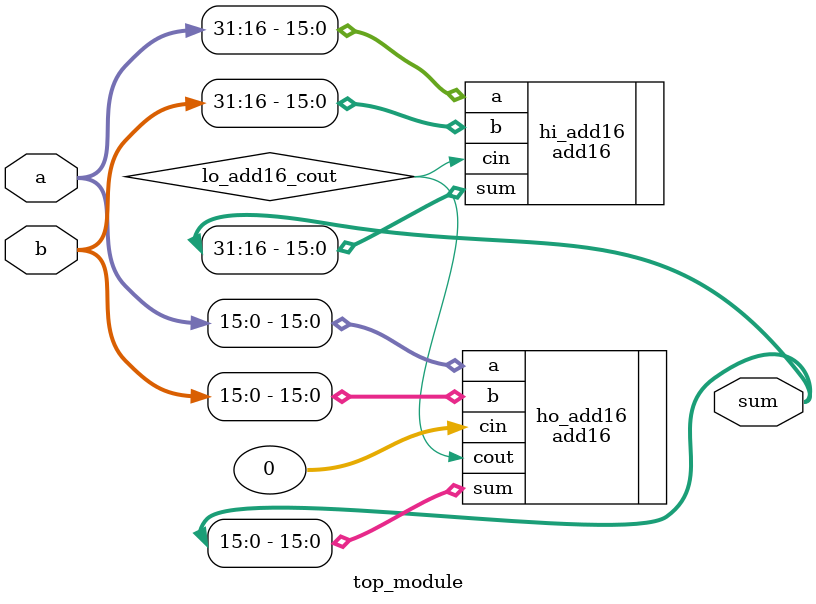
<source format=v>
module top_module(
    input  [31:0] a,
    input  [31:0] b,
    output [31:0] sum
);

    wire lo_add16_cout;
    
    add16 hi_add16(.a(a[31:16]), .b(b[31:16]), .cin(lo_add16_cout), .sum(sum[31:16])                      );
    add16 ho_add16(.a(a[15: 0]), .b(b[15: 0]), .cin(            0), .sum(sum[15: 0]), .cout(lo_add16_cout));
    
endmodule

</source>
